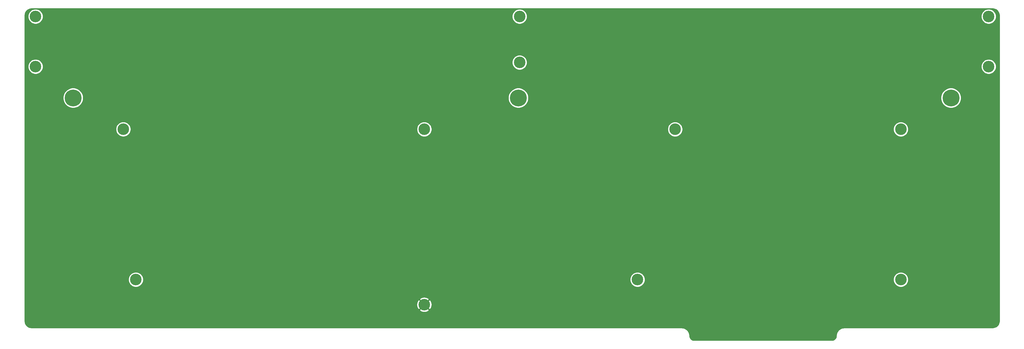
<source format=gbr>
G04 #@! TF.GenerationSoftware,KiCad,Pcbnew,(5.1.5-0-10_14)*
G04 #@! TF.CreationDate,2020-05-13T15:04:30-06:00*
G04 #@! TF.ProjectId,NumDiscipline-bottom,4e756d44-6973-4636-9970-6c696e652d62,rev?*
G04 #@! TF.SameCoordinates,Original*
G04 #@! TF.FileFunction,Copper,L1,Top*
G04 #@! TF.FilePolarity,Positive*
%FSLAX46Y46*%
G04 Gerber Fmt 4.6, Leading zero omitted, Abs format (unit mm)*
G04 Created by KiCad (PCBNEW (5.1.5-0-10_14)) date 2020-05-13 15:04:30*
%MOMM*%
%LPD*%
G04 APERTURE LIST*
%ADD10C,6.400000*%
%ADD11C,4.400000*%
%ADD12C,0.254000*%
G04 APERTURE END LIST*
D10*
X318134950Y-87619870D03*
D11*
X363378700Y-156676120D03*
X282416200Y-99526120D03*
D10*
X482441200Y-87619870D03*
X149066200Y-87619870D03*
D11*
X134778700Y-56663620D03*
X463391200Y-156676120D03*
X134778700Y-75713620D03*
X496728700Y-56663620D03*
X496728700Y-75713620D03*
X377666150Y-99526120D03*
X168116150Y-99515990D03*
X282416200Y-166201120D03*
X318610700Y-56663620D03*
X463391200Y-99526120D03*
X172878700Y-156676120D03*
X318611200Y-74126120D03*
D12*
G36*
X498731712Y-53685168D02*
G01*
X499216291Y-53831471D01*
X499663223Y-54069109D01*
X500055488Y-54389033D01*
X500378136Y-54779047D01*
X500618889Y-55224311D01*
X500768571Y-55707855D01*
X500824950Y-56244267D01*
X500824951Y-172384631D01*
X500772151Y-172923132D01*
X500625848Y-173407713D01*
X500388210Y-173854646D01*
X500068287Y-174246907D01*
X499678270Y-174569558D01*
X499233009Y-174810309D01*
X498749465Y-174959991D01*
X498213053Y-175016370D01*
X441946073Y-175016370D01*
X441914768Y-175019453D01*
X441899980Y-175019350D01*
X441890114Y-175020317D01*
X441427968Y-175068890D01*
X441364924Y-175081831D01*
X441301720Y-175093888D01*
X441292238Y-175096752D01*
X441292231Y-175096753D01*
X441292225Y-175096756D01*
X440848322Y-175234167D01*
X440789046Y-175259084D01*
X440729334Y-175283210D01*
X440720581Y-175287864D01*
X440311818Y-175508882D01*
X440258501Y-175544845D01*
X440204624Y-175580101D01*
X440196942Y-175586367D01*
X439838892Y-175882571D01*
X439793560Y-175928220D01*
X439747570Y-175973257D01*
X439741256Y-175980890D01*
X439741252Y-175980894D01*
X439741251Y-175980896D01*
X439447554Y-176341005D01*
X439411966Y-176394570D01*
X439375587Y-176447699D01*
X439370873Y-176456420D01*
X439152714Y-176866715D01*
X439128201Y-176926189D01*
X439102840Y-176985359D01*
X439099909Y-176994829D01*
X438965599Y-177439686D01*
X438953099Y-177502816D01*
X438939721Y-177565755D01*
X438938685Y-177575614D01*
X438893339Y-178038086D01*
X438854787Y-178431272D01*
X438760718Y-178742844D01*
X438607925Y-179030203D01*
X438402227Y-179282415D01*
X438151458Y-179489868D01*
X437865167Y-179644666D01*
X437554271Y-179740904D01*
X437197807Y-179778370D01*
X384865670Y-179778370D01*
X384507048Y-179743207D01*
X384195476Y-179649138D01*
X383908117Y-179496345D01*
X383655905Y-179290647D01*
X383448452Y-179039878D01*
X383293654Y-178753587D01*
X383197416Y-178442691D01*
X383156764Y-178055914D01*
X383156970Y-178026400D01*
X383156003Y-178016534D01*
X383107430Y-177554388D01*
X383094489Y-177491344D01*
X383082432Y-177428140D01*
X383079568Y-177418658D01*
X383079567Y-177418651D01*
X383079564Y-177418645D01*
X382942153Y-176974742D01*
X382917236Y-176915466D01*
X382893110Y-176855754D01*
X382888456Y-176847001D01*
X382667438Y-176438238D01*
X382631475Y-176384921D01*
X382596219Y-176331044D01*
X382589953Y-176323362D01*
X382293749Y-175965312D01*
X382248096Y-175919976D01*
X382203063Y-175873990D01*
X382195430Y-175867676D01*
X382195426Y-175867672D01*
X382195422Y-175867669D01*
X381835315Y-175573974D01*
X381781750Y-175538386D01*
X381728621Y-175502007D01*
X381719903Y-175497294D01*
X381719895Y-175497290D01*
X381309605Y-175279134D01*
X381250131Y-175254621D01*
X381190961Y-175229260D01*
X381181491Y-175226329D01*
X380736634Y-175092019D01*
X380673504Y-175079519D01*
X380610565Y-175066141D01*
X380600706Y-175065105D01*
X380138234Y-175019759D01*
X380138232Y-175019759D01*
X380103818Y-175016370D01*
X133310354Y-175019370D01*
X132771493Y-174967028D01*
X132286781Y-174821164D01*
X131839636Y-174583933D01*
X131447081Y-174264366D01*
X131124078Y-173874641D01*
X130882921Y-173429597D01*
X130732801Y-172946190D01*
X130675950Y-172409963D01*
X130675950Y-168190895D01*
X280606030Y-168190895D01*
X280846176Y-168578138D01*
X281340077Y-168838761D01*
X281875333Y-168998021D01*
X282431374Y-169049798D01*
X282986832Y-168992101D01*
X283520361Y-168827148D01*
X283986224Y-168578138D01*
X284226370Y-168190895D01*
X282416200Y-166380725D01*
X280606030Y-168190895D01*
X130675950Y-168190895D01*
X130675950Y-166216294D01*
X279567522Y-166216294D01*
X279625219Y-166771752D01*
X279790172Y-167305281D01*
X280039182Y-167771144D01*
X280426425Y-168011290D01*
X282236595Y-166201120D01*
X282595805Y-166201120D01*
X284405975Y-168011290D01*
X284793218Y-167771144D01*
X285053841Y-167277243D01*
X285213101Y-166741987D01*
X285264878Y-166185946D01*
X285207181Y-165630488D01*
X285042228Y-165096959D01*
X284793218Y-164631096D01*
X284405975Y-164390950D01*
X282595805Y-166201120D01*
X282236595Y-166201120D01*
X280426425Y-164390950D01*
X280039182Y-164631096D01*
X279778559Y-165124997D01*
X279619299Y-165660253D01*
X279567522Y-166216294D01*
X130675950Y-166216294D01*
X130675950Y-164211345D01*
X280606030Y-164211345D01*
X282416200Y-166021515D01*
X284226370Y-164211345D01*
X283986224Y-163824102D01*
X283492323Y-163563479D01*
X282957067Y-163404219D01*
X282401026Y-163352442D01*
X281845568Y-163410139D01*
X281312039Y-163575092D01*
X280846176Y-163824102D01*
X280606030Y-164211345D01*
X130675950Y-164211345D01*
X130675950Y-156396897D01*
X170043700Y-156396897D01*
X170043700Y-156955343D01*
X170152648Y-157503059D01*
X170366356Y-158018996D01*
X170676612Y-158483327D01*
X171071493Y-158878208D01*
X171535824Y-159188464D01*
X172051761Y-159402172D01*
X172599477Y-159511120D01*
X173157923Y-159511120D01*
X173705639Y-159402172D01*
X174221576Y-159188464D01*
X174685907Y-158878208D01*
X175080788Y-158483327D01*
X175391044Y-158018996D01*
X175604752Y-157503059D01*
X175713700Y-156955343D01*
X175713700Y-156396897D01*
X360543700Y-156396897D01*
X360543700Y-156955343D01*
X360652648Y-157503059D01*
X360866356Y-158018996D01*
X361176612Y-158483327D01*
X361571493Y-158878208D01*
X362035824Y-159188464D01*
X362551761Y-159402172D01*
X363099477Y-159511120D01*
X363657923Y-159511120D01*
X364205639Y-159402172D01*
X364721576Y-159188464D01*
X365185907Y-158878208D01*
X365580788Y-158483327D01*
X365891044Y-158018996D01*
X366104752Y-157503059D01*
X366213700Y-156955343D01*
X366213700Y-156396897D01*
X460556200Y-156396897D01*
X460556200Y-156955343D01*
X460665148Y-157503059D01*
X460878856Y-158018996D01*
X461189112Y-158483327D01*
X461583993Y-158878208D01*
X462048324Y-159188464D01*
X462564261Y-159402172D01*
X463111977Y-159511120D01*
X463670423Y-159511120D01*
X464218139Y-159402172D01*
X464734076Y-159188464D01*
X465198407Y-158878208D01*
X465593288Y-158483327D01*
X465903544Y-158018996D01*
X466117252Y-157503059D01*
X466226200Y-156955343D01*
X466226200Y-156396897D01*
X466117252Y-155849181D01*
X465903544Y-155333244D01*
X465593288Y-154868913D01*
X465198407Y-154474032D01*
X464734076Y-154163776D01*
X464218139Y-153950068D01*
X463670423Y-153841120D01*
X463111977Y-153841120D01*
X462564261Y-153950068D01*
X462048324Y-154163776D01*
X461583993Y-154474032D01*
X461189112Y-154868913D01*
X460878856Y-155333244D01*
X460665148Y-155849181D01*
X460556200Y-156396897D01*
X366213700Y-156396897D01*
X366104752Y-155849181D01*
X365891044Y-155333244D01*
X365580788Y-154868913D01*
X365185907Y-154474032D01*
X364721576Y-154163776D01*
X364205639Y-153950068D01*
X363657923Y-153841120D01*
X363099477Y-153841120D01*
X362551761Y-153950068D01*
X362035824Y-154163776D01*
X361571493Y-154474032D01*
X361176612Y-154868913D01*
X360866356Y-155333244D01*
X360652648Y-155849181D01*
X360543700Y-156396897D01*
X175713700Y-156396897D01*
X175604752Y-155849181D01*
X175391044Y-155333244D01*
X175080788Y-154868913D01*
X174685907Y-154474032D01*
X174221576Y-154163776D01*
X173705639Y-153950068D01*
X173157923Y-153841120D01*
X172599477Y-153841120D01*
X172051761Y-153950068D01*
X171535824Y-154163776D01*
X171071493Y-154474032D01*
X170676612Y-154868913D01*
X170366356Y-155333244D01*
X170152648Y-155849181D01*
X170043700Y-156396897D01*
X130675950Y-156396897D01*
X130675950Y-99236767D01*
X165281150Y-99236767D01*
X165281150Y-99795213D01*
X165390098Y-100342929D01*
X165603806Y-100858866D01*
X165914062Y-101323197D01*
X166308943Y-101718078D01*
X166773274Y-102028334D01*
X167289211Y-102242042D01*
X167836927Y-102350990D01*
X168395373Y-102350990D01*
X168943089Y-102242042D01*
X169459026Y-102028334D01*
X169923357Y-101718078D01*
X170318238Y-101323197D01*
X170628494Y-100858866D01*
X170842202Y-100342929D01*
X170951150Y-99795213D01*
X170951150Y-99246897D01*
X279581200Y-99246897D01*
X279581200Y-99805343D01*
X279690148Y-100353059D01*
X279903856Y-100868996D01*
X280214112Y-101333327D01*
X280608993Y-101728208D01*
X281073324Y-102038464D01*
X281589261Y-102252172D01*
X282136977Y-102361120D01*
X282695423Y-102361120D01*
X283243139Y-102252172D01*
X283759076Y-102038464D01*
X284223407Y-101728208D01*
X284618288Y-101333327D01*
X284928544Y-100868996D01*
X285142252Y-100353059D01*
X285251200Y-99805343D01*
X285251200Y-99246897D01*
X374831150Y-99246897D01*
X374831150Y-99805343D01*
X374940098Y-100353059D01*
X375153806Y-100868996D01*
X375464062Y-101333327D01*
X375858943Y-101728208D01*
X376323274Y-102038464D01*
X376839211Y-102252172D01*
X377386927Y-102361120D01*
X377945373Y-102361120D01*
X378493089Y-102252172D01*
X379009026Y-102038464D01*
X379473357Y-101728208D01*
X379868238Y-101333327D01*
X380178494Y-100868996D01*
X380392202Y-100353059D01*
X380501150Y-99805343D01*
X380501150Y-99246897D01*
X460556200Y-99246897D01*
X460556200Y-99805343D01*
X460665148Y-100353059D01*
X460878856Y-100868996D01*
X461189112Y-101333327D01*
X461583993Y-101728208D01*
X462048324Y-102038464D01*
X462564261Y-102252172D01*
X463111977Y-102361120D01*
X463670423Y-102361120D01*
X464218139Y-102252172D01*
X464734076Y-102038464D01*
X465198407Y-101728208D01*
X465593288Y-101333327D01*
X465903544Y-100868996D01*
X466117252Y-100353059D01*
X466226200Y-99805343D01*
X466226200Y-99246897D01*
X466117252Y-98699181D01*
X465903544Y-98183244D01*
X465593288Y-97718913D01*
X465198407Y-97324032D01*
X464734076Y-97013776D01*
X464218139Y-96800068D01*
X463670423Y-96691120D01*
X463111977Y-96691120D01*
X462564261Y-96800068D01*
X462048324Y-97013776D01*
X461583993Y-97324032D01*
X461189112Y-97718913D01*
X460878856Y-98183244D01*
X460665148Y-98699181D01*
X460556200Y-99246897D01*
X380501150Y-99246897D01*
X380392202Y-98699181D01*
X380178494Y-98183244D01*
X379868238Y-97718913D01*
X379473357Y-97324032D01*
X379009026Y-97013776D01*
X378493089Y-96800068D01*
X377945373Y-96691120D01*
X377386927Y-96691120D01*
X376839211Y-96800068D01*
X376323274Y-97013776D01*
X375858943Y-97324032D01*
X375464062Y-97718913D01*
X375153806Y-98183244D01*
X374940098Y-98699181D01*
X374831150Y-99246897D01*
X285251200Y-99246897D01*
X285142252Y-98699181D01*
X284928544Y-98183244D01*
X284618288Y-97718913D01*
X284223407Y-97324032D01*
X283759076Y-97013776D01*
X283243139Y-96800068D01*
X282695423Y-96691120D01*
X282136977Y-96691120D01*
X281589261Y-96800068D01*
X281073324Y-97013776D01*
X280608993Y-97324032D01*
X280214112Y-97718913D01*
X279903856Y-98183244D01*
X279690148Y-98699181D01*
X279581200Y-99246897D01*
X170951150Y-99246897D01*
X170951150Y-99236767D01*
X170842202Y-98689051D01*
X170628494Y-98173114D01*
X170318238Y-97708783D01*
X169923357Y-97313902D01*
X169459026Y-97003646D01*
X168943089Y-96789938D01*
X168395373Y-96680990D01*
X167836927Y-96680990D01*
X167289211Y-96789938D01*
X166773274Y-97003646D01*
X166308943Y-97313902D01*
X165914062Y-97708783D01*
X165603806Y-98173114D01*
X165390098Y-98689051D01*
X165281150Y-99236767D01*
X130675950Y-99236767D01*
X130675950Y-87242155D01*
X145231200Y-87242155D01*
X145231200Y-87997585D01*
X145378577Y-88738498D01*
X145667667Y-89436424D01*
X146087361Y-90064540D01*
X146621530Y-90598709D01*
X147249646Y-91018403D01*
X147947572Y-91307493D01*
X148688485Y-91454870D01*
X149443915Y-91454870D01*
X150184828Y-91307493D01*
X150882754Y-91018403D01*
X151510870Y-90598709D01*
X152045039Y-90064540D01*
X152464733Y-89436424D01*
X152753823Y-88738498D01*
X152901200Y-87997585D01*
X152901200Y-87242155D01*
X314299950Y-87242155D01*
X314299950Y-87997585D01*
X314447327Y-88738498D01*
X314736417Y-89436424D01*
X315156111Y-90064540D01*
X315690280Y-90598709D01*
X316318396Y-91018403D01*
X317016322Y-91307493D01*
X317757235Y-91454870D01*
X318512665Y-91454870D01*
X319253578Y-91307493D01*
X319951504Y-91018403D01*
X320579620Y-90598709D01*
X321113789Y-90064540D01*
X321533483Y-89436424D01*
X321822573Y-88738498D01*
X321969950Y-87997585D01*
X321969950Y-87242155D01*
X478606200Y-87242155D01*
X478606200Y-87997585D01*
X478753577Y-88738498D01*
X479042667Y-89436424D01*
X479462361Y-90064540D01*
X479996530Y-90598709D01*
X480624646Y-91018403D01*
X481322572Y-91307493D01*
X482063485Y-91454870D01*
X482818915Y-91454870D01*
X483559828Y-91307493D01*
X484257754Y-91018403D01*
X484885870Y-90598709D01*
X485420039Y-90064540D01*
X485839733Y-89436424D01*
X486128823Y-88738498D01*
X486276200Y-87997585D01*
X486276200Y-87242155D01*
X486128823Y-86501242D01*
X485839733Y-85803316D01*
X485420039Y-85175200D01*
X484885870Y-84641031D01*
X484257754Y-84221337D01*
X483559828Y-83932247D01*
X482818915Y-83784870D01*
X482063485Y-83784870D01*
X481322572Y-83932247D01*
X480624646Y-84221337D01*
X479996530Y-84641031D01*
X479462361Y-85175200D01*
X479042667Y-85803316D01*
X478753577Y-86501242D01*
X478606200Y-87242155D01*
X321969950Y-87242155D01*
X321822573Y-86501242D01*
X321533483Y-85803316D01*
X321113789Y-85175200D01*
X320579620Y-84641031D01*
X319951504Y-84221337D01*
X319253578Y-83932247D01*
X318512665Y-83784870D01*
X317757235Y-83784870D01*
X317016322Y-83932247D01*
X316318396Y-84221337D01*
X315690280Y-84641031D01*
X315156111Y-85175200D01*
X314736417Y-85803316D01*
X314447327Y-86501242D01*
X314299950Y-87242155D01*
X152901200Y-87242155D01*
X152753823Y-86501242D01*
X152464733Y-85803316D01*
X152045039Y-85175200D01*
X151510870Y-84641031D01*
X150882754Y-84221337D01*
X150184828Y-83932247D01*
X149443915Y-83784870D01*
X148688485Y-83784870D01*
X147947572Y-83932247D01*
X147249646Y-84221337D01*
X146621530Y-84641031D01*
X146087361Y-85175200D01*
X145667667Y-85803316D01*
X145378577Y-86501242D01*
X145231200Y-87242155D01*
X130675950Y-87242155D01*
X130675950Y-75434397D01*
X131943700Y-75434397D01*
X131943700Y-75992843D01*
X132052648Y-76540559D01*
X132266356Y-77056496D01*
X132576612Y-77520827D01*
X132971493Y-77915708D01*
X133435824Y-78225964D01*
X133951761Y-78439672D01*
X134499477Y-78548620D01*
X135057923Y-78548620D01*
X135605639Y-78439672D01*
X136121576Y-78225964D01*
X136585907Y-77915708D01*
X136980788Y-77520827D01*
X137291044Y-77056496D01*
X137504752Y-76540559D01*
X137613700Y-75992843D01*
X137613700Y-75434397D01*
X137504752Y-74886681D01*
X137291044Y-74370744D01*
X136980788Y-73906413D01*
X136921272Y-73846897D01*
X315776200Y-73846897D01*
X315776200Y-74405343D01*
X315885148Y-74953059D01*
X316098856Y-75468996D01*
X316409112Y-75933327D01*
X316803993Y-76328208D01*
X317268324Y-76638464D01*
X317784261Y-76852172D01*
X318331977Y-76961120D01*
X318890423Y-76961120D01*
X319438139Y-76852172D01*
X319954076Y-76638464D01*
X320418407Y-76328208D01*
X320813288Y-75933327D01*
X321123544Y-75468996D01*
X321137875Y-75434397D01*
X493893700Y-75434397D01*
X493893700Y-75992843D01*
X494002648Y-76540559D01*
X494216356Y-77056496D01*
X494526612Y-77520827D01*
X494921493Y-77915708D01*
X495385824Y-78225964D01*
X495901761Y-78439672D01*
X496449477Y-78548620D01*
X497007923Y-78548620D01*
X497555639Y-78439672D01*
X498071576Y-78225964D01*
X498535907Y-77915708D01*
X498930788Y-77520827D01*
X499241044Y-77056496D01*
X499454752Y-76540559D01*
X499563700Y-75992843D01*
X499563700Y-75434397D01*
X499454752Y-74886681D01*
X499241044Y-74370744D01*
X498930788Y-73906413D01*
X498535907Y-73511532D01*
X498071576Y-73201276D01*
X497555639Y-72987568D01*
X497007923Y-72878620D01*
X496449477Y-72878620D01*
X495901761Y-72987568D01*
X495385824Y-73201276D01*
X494921493Y-73511532D01*
X494526612Y-73906413D01*
X494216356Y-74370744D01*
X494002648Y-74886681D01*
X493893700Y-75434397D01*
X321137875Y-75434397D01*
X321337252Y-74953059D01*
X321446200Y-74405343D01*
X321446200Y-73846897D01*
X321337252Y-73299181D01*
X321123544Y-72783244D01*
X320813288Y-72318913D01*
X320418407Y-71924032D01*
X319954076Y-71613776D01*
X319438139Y-71400068D01*
X318890423Y-71291120D01*
X318331977Y-71291120D01*
X317784261Y-71400068D01*
X317268324Y-71613776D01*
X316803993Y-71924032D01*
X316409112Y-72318913D01*
X316098856Y-72783244D01*
X315885148Y-73299181D01*
X315776200Y-73846897D01*
X136921272Y-73846897D01*
X136585907Y-73511532D01*
X136121576Y-73201276D01*
X135605639Y-72987568D01*
X135057923Y-72878620D01*
X134499477Y-72878620D01*
X133951761Y-72987568D01*
X133435824Y-73201276D01*
X132971493Y-73511532D01*
X132576612Y-73906413D01*
X132266356Y-74370744D01*
X132052648Y-74886681D01*
X131943700Y-75434397D01*
X130675950Y-75434397D01*
X130675950Y-56384397D01*
X131943700Y-56384397D01*
X131943700Y-56942843D01*
X132052648Y-57490559D01*
X132266356Y-58006496D01*
X132576612Y-58470827D01*
X132971493Y-58865708D01*
X133435824Y-59175964D01*
X133951761Y-59389672D01*
X134499477Y-59498620D01*
X135057923Y-59498620D01*
X135605639Y-59389672D01*
X136121576Y-59175964D01*
X136585907Y-58865708D01*
X136980788Y-58470827D01*
X137291044Y-58006496D01*
X137504752Y-57490559D01*
X137613700Y-56942843D01*
X137613700Y-56384397D01*
X315775700Y-56384397D01*
X315775700Y-56942843D01*
X315884648Y-57490559D01*
X316098356Y-58006496D01*
X316408612Y-58470827D01*
X316803493Y-58865708D01*
X317267824Y-59175964D01*
X317783761Y-59389672D01*
X318331477Y-59498620D01*
X318889923Y-59498620D01*
X319437639Y-59389672D01*
X319953576Y-59175964D01*
X320417907Y-58865708D01*
X320812788Y-58470827D01*
X321123044Y-58006496D01*
X321336752Y-57490559D01*
X321445700Y-56942843D01*
X321445700Y-56384397D01*
X493893700Y-56384397D01*
X493893700Y-56942843D01*
X494002648Y-57490559D01*
X494216356Y-58006496D01*
X494526612Y-58470827D01*
X494921493Y-58865708D01*
X495385824Y-59175964D01*
X495901761Y-59389672D01*
X496449477Y-59498620D01*
X497007923Y-59498620D01*
X497555639Y-59389672D01*
X498071576Y-59175964D01*
X498535907Y-58865708D01*
X498930788Y-58470827D01*
X499241044Y-58006496D01*
X499454752Y-57490559D01*
X499563700Y-56942843D01*
X499563700Y-56384397D01*
X499454752Y-55836681D01*
X499241044Y-55320744D01*
X498930788Y-54856413D01*
X498535907Y-54461532D01*
X498071576Y-54151276D01*
X497555639Y-53937568D01*
X497007923Y-53828620D01*
X496449477Y-53828620D01*
X495901761Y-53937568D01*
X495385824Y-54151276D01*
X494921493Y-54461532D01*
X494526612Y-54856413D01*
X494216356Y-55320744D01*
X494002648Y-55836681D01*
X493893700Y-56384397D01*
X321445700Y-56384397D01*
X321336752Y-55836681D01*
X321123044Y-55320744D01*
X320812788Y-54856413D01*
X320417907Y-54461532D01*
X319953576Y-54151276D01*
X319437639Y-53937568D01*
X318889923Y-53828620D01*
X318331477Y-53828620D01*
X317783761Y-53937568D01*
X317267824Y-54151276D01*
X316803493Y-54461532D01*
X316408612Y-54856413D01*
X316098356Y-55320744D01*
X315884648Y-55836681D01*
X315775700Y-56384397D01*
X137613700Y-56384397D01*
X137504752Y-55836681D01*
X137291044Y-55320744D01*
X136980788Y-54856413D01*
X136585907Y-54461532D01*
X136121576Y-54151276D01*
X135605639Y-53937568D01*
X135057923Y-53828620D01*
X134499477Y-53828620D01*
X133951761Y-53937568D01*
X133435824Y-54151276D01*
X132971493Y-54461532D01*
X132576612Y-54856413D01*
X132266356Y-55320744D01*
X132052648Y-55836681D01*
X131943700Y-56384397D01*
X130675950Y-56384397D01*
X130675950Y-56264090D01*
X130728748Y-55725608D01*
X130875051Y-55241029D01*
X131112689Y-54794097D01*
X131432613Y-54401832D01*
X131822627Y-54079184D01*
X132267891Y-53838431D01*
X132751435Y-53688749D01*
X133287847Y-53632370D01*
X498193230Y-53632370D01*
X498731712Y-53685168D01*
G37*
X498731712Y-53685168D02*
X499216291Y-53831471D01*
X499663223Y-54069109D01*
X500055488Y-54389033D01*
X500378136Y-54779047D01*
X500618889Y-55224311D01*
X500768571Y-55707855D01*
X500824950Y-56244267D01*
X500824951Y-172384631D01*
X500772151Y-172923132D01*
X500625848Y-173407713D01*
X500388210Y-173854646D01*
X500068287Y-174246907D01*
X499678270Y-174569558D01*
X499233009Y-174810309D01*
X498749465Y-174959991D01*
X498213053Y-175016370D01*
X441946073Y-175016370D01*
X441914768Y-175019453D01*
X441899980Y-175019350D01*
X441890114Y-175020317D01*
X441427968Y-175068890D01*
X441364924Y-175081831D01*
X441301720Y-175093888D01*
X441292238Y-175096752D01*
X441292231Y-175096753D01*
X441292225Y-175096756D01*
X440848322Y-175234167D01*
X440789046Y-175259084D01*
X440729334Y-175283210D01*
X440720581Y-175287864D01*
X440311818Y-175508882D01*
X440258501Y-175544845D01*
X440204624Y-175580101D01*
X440196942Y-175586367D01*
X439838892Y-175882571D01*
X439793560Y-175928220D01*
X439747570Y-175973257D01*
X439741256Y-175980890D01*
X439741252Y-175980894D01*
X439741251Y-175980896D01*
X439447554Y-176341005D01*
X439411966Y-176394570D01*
X439375587Y-176447699D01*
X439370873Y-176456420D01*
X439152714Y-176866715D01*
X439128201Y-176926189D01*
X439102840Y-176985359D01*
X439099909Y-176994829D01*
X438965599Y-177439686D01*
X438953099Y-177502816D01*
X438939721Y-177565755D01*
X438938685Y-177575614D01*
X438893339Y-178038086D01*
X438854787Y-178431272D01*
X438760718Y-178742844D01*
X438607925Y-179030203D01*
X438402227Y-179282415D01*
X438151458Y-179489868D01*
X437865167Y-179644666D01*
X437554271Y-179740904D01*
X437197807Y-179778370D01*
X384865670Y-179778370D01*
X384507048Y-179743207D01*
X384195476Y-179649138D01*
X383908117Y-179496345D01*
X383655905Y-179290647D01*
X383448452Y-179039878D01*
X383293654Y-178753587D01*
X383197416Y-178442691D01*
X383156764Y-178055914D01*
X383156970Y-178026400D01*
X383156003Y-178016534D01*
X383107430Y-177554388D01*
X383094489Y-177491344D01*
X383082432Y-177428140D01*
X383079568Y-177418658D01*
X383079567Y-177418651D01*
X383079564Y-177418645D01*
X382942153Y-176974742D01*
X382917236Y-176915466D01*
X382893110Y-176855754D01*
X382888456Y-176847001D01*
X382667438Y-176438238D01*
X382631475Y-176384921D01*
X382596219Y-176331044D01*
X382589953Y-176323362D01*
X382293749Y-175965312D01*
X382248096Y-175919976D01*
X382203063Y-175873990D01*
X382195430Y-175867676D01*
X382195426Y-175867672D01*
X382195422Y-175867669D01*
X381835315Y-175573974D01*
X381781750Y-175538386D01*
X381728621Y-175502007D01*
X381719903Y-175497294D01*
X381719895Y-175497290D01*
X381309605Y-175279134D01*
X381250131Y-175254621D01*
X381190961Y-175229260D01*
X381181491Y-175226329D01*
X380736634Y-175092019D01*
X380673504Y-175079519D01*
X380610565Y-175066141D01*
X380600706Y-175065105D01*
X380138234Y-175019759D01*
X380138232Y-175019759D01*
X380103818Y-175016370D01*
X133310354Y-175019370D01*
X132771493Y-174967028D01*
X132286781Y-174821164D01*
X131839636Y-174583933D01*
X131447081Y-174264366D01*
X131124078Y-173874641D01*
X130882921Y-173429597D01*
X130732801Y-172946190D01*
X130675950Y-172409963D01*
X130675950Y-168190895D01*
X280606030Y-168190895D01*
X280846176Y-168578138D01*
X281340077Y-168838761D01*
X281875333Y-168998021D01*
X282431374Y-169049798D01*
X282986832Y-168992101D01*
X283520361Y-168827148D01*
X283986224Y-168578138D01*
X284226370Y-168190895D01*
X282416200Y-166380725D01*
X280606030Y-168190895D01*
X130675950Y-168190895D01*
X130675950Y-166216294D01*
X279567522Y-166216294D01*
X279625219Y-166771752D01*
X279790172Y-167305281D01*
X280039182Y-167771144D01*
X280426425Y-168011290D01*
X282236595Y-166201120D01*
X282595805Y-166201120D01*
X284405975Y-168011290D01*
X284793218Y-167771144D01*
X285053841Y-167277243D01*
X285213101Y-166741987D01*
X285264878Y-166185946D01*
X285207181Y-165630488D01*
X285042228Y-165096959D01*
X284793218Y-164631096D01*
X284405975Y-164390950D01*
X282595805Y-166201120D01*
X282236595Y-166201120D01*
X280426425Y-164390950D01*
X280039182Y-164631096D01*
X279778559Y-165124997D01*
X279619299Y-165660253D01*
X279567522Y-166216294D01*
X130675950Y-166216294D01*
X130675950Y-164211345D01*
X280606030Y-164211345D01*
X282416200Y-166021515D01*
X284226370Y-164211345D01*
X283986224Y-163824102D01*
X283492323Y-163563479D01*
X282957067Y-163404219D01*
X282401026Y-163352442D01*
X281845568Y-163410139D01*
X281312039Y-163575092D01*
X280846176Y-163824102D01*
X280606030Y-164211345D01*
X130675950Y-164211345D01*
X130675950Y-156396897D01*
X170043700Y-156396897D01*
X170043700Y-156955343D01*
X170152648Y-157503059D01*
X170366356Y-158018996D01*
X170676612Y-158483327D01*
X171071493Y-158878208D01*
X171535824Y-159188464D01*
X172051761Y-159402172D01*
X172599477Y-159511120D01*
X173157923Y-159511120D01*
X173705639Y-159402172D01*
X174221576Y-159188464D01*
X174685907Y-158878208D01*
X175080788Y-158483327D01*
X175391044Y-158018996D01*
X175604752Y-157503059D01*
X175713700Y-156955343D01*
X175713700Y-156396897D01*
X360543700Y-156396897D01*
X360543700Y-156955343D01*
X360652648Y-157503059D01*
X360866356Y-158018996D01*
X361176612Y-158483327D01*
X361571493Y-158878208D01*
X362035824Y-159188464D01*
X362551761Y-159402172D01*
X363099477Y-159511120D01*
X363657923Y-159511120D01*
X364205639Y-159402172D01*
X364721576Y-159188464D01*
X365185907Y-158878208D01*
X365580788Y-158483327D01*
X365891044Y-158018996D01*
X366104752Y-157503059D01*
X366213700Y-156955343D01*
X366213700Y-156396897D01*
X460556200Y-156396897D01*
X460556200Y-156955343D01*
X460665148Y-157503059D01*
X460878856Y-158018996D01*
X461189112Y-158483327D01*
X461583993Y-158878208D01*
X462048324Y-159188464D01*
X462564261Y-159402172D01*
X463111977Y-159511120D01*
X463670423Y-159511120D01*
X464218139Y-159402172D01*
X464734076Y-159188464D01*
X465198407Y-158878208D01*
X465593288Y-158483327D01*
X465903544Y-158018996D01*
X466117252Y-157503059D01*
X466226200Y-156955343D01*
X466226200Y-156396897D01*
X466117252Y-155849181D01*
X465903544Y-155333244D01*
X465593288Y-154868913D01*
X465198407Y-154474032D01*
X464734076Y-154163776D01*
X464218139Y-153950068D01*
X463670423Y-153841120D01*
X463111977Y-153841120D01*
X462564261Y-153950068D01*
X462048324Y-154163776D01*
X461583993Y-154474032D01*
X461189112Y-154868913D01*
X460878856Y-155333244D01*
X460665148Y-155849181D01*
X460556200Y-156396897D01*
X366213700Y-156396897D01*
X366104752Y-155849181D01*
X365891044Y-155333244D01*
X365580788Y-154868913D01*
X365185907Y-154474032D01*
X364721576Y-154163776D01*
X364205639Y-153950068D01*
X363657923Y-153841120D01*
X363099477Y-153841120D01*
X362551761Y-153950068D01*
X362035824Y-154163776D01*
X361571493Y-154474032D01*
X361176612Y-154868913D01*
X360866356Y-155333244D01*
X360652648Y-155849181D01*
X360543700Y-156396897D01*
X175713700Y-156396897D01*
X175604752Y-155849181D01*
X175391044Y-155333244D01*
X175080788Y-154868913D01*
X174685907Y-154474032D01*
X174221576Y-154163776D01*
X173705639Y-153950068D01*
X173157923Y-153841120D01*
X172599477Y-153841120D01*
X172051761Y-153950068D01*
X171535824Y-154163776D01*
X171071493Y-154474032D01*
X170676612Y-154868913D01*
X170366356Y-155333244D01*
X170152648Y-155849181D01*
X170043700Y-156396897D01*
X130675950Y-156396897D01*
X130675950Y-99236767D01*
X165281150Y-99236767D01*
X165281150Y-99795213D01*
X165390098Y-100342929D01*
X165603806Y-100858866D01*
X165914062Y-101323197D01*
X166308943Y-101718078D01*
X166773274Y-102028334D01*
X167289211Y-102242042D01*
X167836927Y-102350990D01*
X168395373Y-102350990D01*
X168943089Y-102242042D01*
X169459026Y-102028334D01*
X169923357Y-101718078D01*
X170318238Y-101323197D01*
X170628494Y-100858866D01*
X170842202Y-100342929D01*
X170951150Y-99795213D01*
X170951150Y-99246897D01*
X279581200Y-99246897D01*
X279581200Y-99805343D01*
X279690148Y-100353059D01*
X279903856Y-100868996D01*
X280214112Y-101333327D01*
X280608993Y-101728208D01*
X281073324Y-102038464D01*
X281589261Y-102252172D01*
X282136977Y-102361120D01*
X282695423Y-102361120D01*
X283243139Y-102252172D01*
X283759076Y-102038464D01*
X284223407Y-101728208D01*
X284618288Y-101333327D01*
X284928544Y-100868996D01*
X285142252Y-100353059D01*
X285251200Y-99805343D01*
X285251200Y-99246897D01*
X374831150Y-99246897D01*
X374831150Y-99805343D01*
X374940098Y-100353059D01*
X375153806Y-100868996D01*
X375464062Y-101333327D01*
X375858943Y-101728208D01*
X376323274Y-102038464D01*
X376839211Y-102252172D01*
X377386927Y-102361120D01*
X377945373Y-102361120D01*
X378493089Y-102252172D01*
X379009026Y-102038464D01*
X379473357Y-101728208D01*
X379868238Y-101333327D01*
X380178494Y-100868996D01*
X380392202Y-100353059D01*
X380501150Y-99805343D01*
X380501150Y-99246897D01*
X460556200Y-99246897D01*
X460556200Y-99805343D01*
X460665148Y-100353059D01*
X460878856Y-100868996D01*
X461189112Y-101333327D01*
X461583993Y-101728208D01*
X462048324Y-102038464D01*
X462564261Y-102252172D01*
X463111977Y-102361120D01*
X463670423Y-102361120D01*
X464218139Y-102252172D01*
X464734076Y-102038464D01*
X465198407Y-101728208D01*
X465593288Y-101333327D01*
X465903544Y-100868996D01*
X466117252Y-100353059D01*
X466226200Y-99805343D01*
X466226200Y-99246897D01*
X466117252Y-98699181D01*
X465903544Y-98183244D01*
X465593288Y-97718913D01*
X465198407Y-97324032D01*
X464734076Y-97013776D01*
X464218139Y-96800068D01*
X463670423Y-96691120D01*
X463111977Y-96691120D01*
X462564261Y-96800068D01*
X462048324Y-97013776D01*
X461583993Y-97324032D01*
X461189112Y-97718913D01*
X460878856Y-98183244D01*
X460665148Y-98699181D01*
X460556200Y-99246897D01*
X380501150Y-99246897D01*
X380392202Y-98699181D01*
X380178494Y-98183244D01*
X379868238Y-97718913D01*
X379473357Y-97324032D01*
X379009026Y-97013776D01*
X378493089Y-96800068D01*
X377945373Y-96691120D01*
X377386927Y-96691120D01*
X376839211Y-96800068D01*
X376323274Y-97013776D01*
X375858943Y-97324032D01*
X375464062Y-97718913D01*
X375153806Y-98183244D01*
X374940098Y-98699181D01*
X374831150Y-99246897D01*
X285251200Y-99246897D01*
X285142252Y-98699181D01*
X284928544Y-98183244D01*
X284618288Y-97718913D01*
X284223407Y-97324032D01*
X283759076Y-97013776D01*
X283243139Y-96800068D01*
X282695423Y-96691120D01*
X282136977Y-96691120D01*
X281589261Y-96800068D01*
X281073324Y-97013776D01*
X280608993Y-97324032D01*
X280214112Y-97718913D01*
X279903856Y-98183244D01*
X279690148Y-98699181D01*
X279581200Y-99246897D01*
X170951150Y-99246897D01*
X170951150Y-99236767D01*
X170842202Y-98689051D01*
X170628494Y-98173114D01*
X170318238Y-97708783D01*
X169923357Y-97313902D01*
X169459026Y-97003646D01*
X168943089Y-96789938D01*
X168395373Y-96680990D01*
X167836927Y-96680990D01*
X167289211Y-96789938D01*
X166773274Y-97003646D01*
X166308943Y-97313902D01*
X165914062Y-97708783D01*
X165603806Y-98173114D01*
X165390098Y-98689051D01*
X165281150Y-99236767D01*
X130675950Y-99236767D01*
X130675950Y-87242155D01*
X145231200Y-87242155D01*
X145231200Y-87997585D01*
X145378577Y-88738498D01*
X145667667Y-89436424D01*
X146087361Y-90064540D01*
X146621530Y-90598709D01*
X147249646Y-91018403D01*
X147947572Y-91307493D01*
X148688485Y-91454870D01*
X149443915Y-91454870D01*
X150184828Y-91307493D01*
X150882754Y-91018403D01*
X151510870Y-90598709D01*
X152045039Y-90064540D01*
X152464733Y-89436424D01*
X152753823Y-88738498D01*
X152901200Y-87997585D01*
X152901200Y-87242155D01*
X314299950Y-87242155D01*
X314299950Y-87997585D01*
X314447327Y-88738498D01*
X314736417Y-89436424D01*
X315156111Y-90064540D01*
X315690280Y-90598709D01*
X316318396Y-91018403D01*
X317016322Y-91307493D01*
X317757235Y-91454870D01*
X318512665Y-91454870D01*
X319253578Y-91307493D01*
X319951504Y-91018403D01*
X320579620Y-90598709D01*
X321113789Y-90064540D01*
X321533483Y-89436424D01*
X321822573Y-88738498D01*
X321969950Y-87997585D01*
X321969950Y-87242155D01*
X478606200Y-87242155D01*
X478606200Y-87997585D01*
X478753577Y-88738498D01*
X479042667Y-89436424D01*
X479462361Y-90064540D01*
X479996530Y-90598709D01*
X480624646Y-91018403D01*
X481322572Y-91307493D01*
X482063485Y-91454870D01*
X482818915Y-91454870D01*
X483559828Y-91307493D01*
X484257754Y-91018403D01*
X484885870Y-90598709D01*
X485420039Y-90064540D01*
X485839733Y-89436424D01*
X486128823Y-88738498D01*
X486276200Y-87997585D01*
X486276200Y-87242155D01*
X486128823Y-86501242D01*
X485839733Y-85803316D01*
X485420039Y-85175200D01*
X484885870Y-84641031D01*
X484257754Y-84221337D01*
X483559828Y-83932247D01*
X482818915Y-83784870D01*
X482063485Y-83784870D01*
X481322572Y-83932247D01*
X480624646Y-84221337D01*
X479996530Y-84641031D01*
X479462361Y-85175200D01*
X479042667Y-85803316D01*
X478753577Y-86501242D01*
X478606200Y-87242155D01*
X321969950Y-87242155D01*
X321822573Y-86501242D01*
X321533483Y-85803316D01*
X321113789Y-85175200D01*
X320579620Y-84641031D01*
X319951504Y-84221337D01*
X319253578Y-83932247D01*
X318512665Y-83784870D01*
X317757235Y-83784870D01*
X317016322Y-83932247D01*
X316318396Y-84221337D01*
X315690280Y-84641031D01*
X315156111Y-85175200D01*
X314736417Y-85803316D01*
X314447327Y-86501242D01*
X314299950Y-87242155D01*
X152901200Y-87242155D01*
X152753823Y-86501242D01*
X152464733Y-85803316D01*
X152045039Y-85175200D01*
X151510870Y-84641031D01*
X150882754Y-84221337D01*
X150184828Y-83932247D01*
X149443915Y-83784870D01*
X148688485Y-83784870D01*
X147947572Y-83932247D01*
X147249646Y-84221337D01*
X146621530Y-84641031D01*
X146087361Y-85175200D01*
X145667667Y-85803316D01*
X145378577Y-86501242D01*
X145231200Y-87242155D01*
X130675950Y-87242155D01*
X130675950Y-75434397D01*
X131943700Y-75434397D01*
X131943700Y-75992843D01*
X132052648Y-76540559D01*
X132266356Y-77056496D01*
X132576612Y-77520827D01*
X132971493Y-77915708D01*
X133435824Y-78225964D01*
X133951761Y-78439672D01*
X134499477Y-78548620D01*
X135057923Y-78548620D01*
X135605639Y-78439672D01*
X136121576Y-78225964D01*
X136585907Y-77915708D01*
X136980788Y-77520827D01*
X137291044Y-77056496D01*
X137504752Y-76540559D01*
X137613700Y-75992843D01*
X137613700Y-75434397D01*
X137504752Y-74886681D01*
X137291044Y-74370744D01*
X136980788Y-73906413D01*
X136921272Y-73846897D01*
X315776200Y-73846897D01*
X315776200Y-74405343D01*
X315885148Y-74953059D01*
X316098856Y-75468996D01*
X316409112Y-75933327D01*
X316803993Y-76328208D01*
X317268324Y-76638464D01*
X317784261Y-76852172D01*
X318331977Y-76961120D01*
X318890423Y-76961120D01*
X319438139Y-76852172D01*
X319954076Y-76638464D01*
X320418407Y-76328208D01*
X320813288Y-75933327D01*
X321123544Y-75468996D01*
X321137875Y-75434397D01*
X493893700Y-75434397D01*
X493893700Y-75992843D01*
X494002648Y-76540559D01*
X494216356Y-77056496D01*
X494526612Y-77520827D01*
X494921493Y-77915708D01*
X495385824Y-78225964D01*
X495901761Y-78439672D01*
X496449477Y-78548620D01*
X497007923Y-78548620D01*
X497555639Y-78439672D01*
X498071576Y-78225964D01*
X498535907Y-77915708D01*
X498930788Y-77520827D01*
X499241044Y-77056496D01*
X499454752Y-76540559D01*
X499563700Y-75992843D01*
X499563700Y-75434397D01*
X499454752Y-74886681D01*
X499241044Y-74370744D01*
X498930788Y-73906413D01*
X498535907Y-73511532D01*
X498071576Y-73201276D01*
X497555639Y-72987568D01*
X497007923Y-72878620D01*
X496449477Y-72878620D01*
X495901761Y-72987568D01*
X495385824Y-73201276D01*
X494921493Y-73511532D01*
X494526612Y-73906413D01*
X494216356Y-74370744D01*
X494002648Y-74886681D01*
X493893700Y-75434397D01*
X321137875Y-75434397D01*
X321337252Y-74953059D01*
X321446200Y-74405343D01*
X321446200Y-73846897D01*
X321337252Y-73299181D01*
X321123544Y-72783244D01*
X320813288Y-72318913D01*
X320418407Y-71924032D01*
X319954076Y-71613776D01*
X319438139Y-71400068D01*
X318890423Y-71291120D01*
X318331977Y-71291120D01*
X317784261Y-71400068D01*
X317268324Y-71613776D01*
X316803993Y-71924032D01*
X316409112Y-72318913D01*
X316098856Y-72783244D01*
X315885148Y-73299181D01*
X315776200Y-73846897D01*
X136921272Y-73846897D01*
X136585907Y-73511532D01*
X136121576Y-73201276D01*
X135605639Y-72987568D01*
X135057923Y-72878620D01*
X134499477Y-72878620D01*
X133951761Y-72987568D01*
X133435824Y-73201276D01*
X132971493Y-73511532D01*
X132576612Y-73906413D01*
X132266356Y-74370744D01*
X132052648Y-74886681D01*
X131943700Y-75434397D01*
X130675950Y-75434397D01*
X130675950Y-56384397D01*
X131943700Y-56384397D01*
X131943700Y-56942843D01*
X132052648Y-57490559D01*
X132266356Y-58006496D01*
X132576612Y-58470827D01*
X132971493Y-58865708D01*
X133435824Y-59175964D01*
X133951761Y-59389672D01*
X134499477Y-59498620D01*
X135057923Y-59498620D01*
X135605639Y-59389672D01*
X136121576Y-59175964D01*
X136585907Y-58865708D01*
X136980788Y-58470827D01*
X137291044Y-58006496D01*
X137504752Y-57490559D01*
X137613700Y-56942843D01*
X137613700Y-56384397D01*
X315775700Y-56384397D01*
X315775700Y-56942843D01*
X315884648Y-57490559D01*
X316098356Y-58006496D01*
X316408612Y-58470827D01*
X316803493Y-58865708D01*
X317267824Y-59175964D01*
X317783761Y-59389672D01*
X318331477Y-59498620D01*
X318889923Y-59498620D01*
X319437639Y-59389672D01*
X319953576Y-59175964D01*
X320417907Y-58865708D01*
X320812788Y-58470827D01*
X321123044Y-58006496D01*
X321336752Y-57490559D01*
X321445700Y-56942843D01*
X321445700Y-56384397D01*
X493893700Y-56384397D01*
X493893700Y-56942843D01*
X494002648Y-57490559D01*
X494216356Y-58006496D01*
X494526612Y-58470827D01*
X494921493Y-58865708D01*
X495385824Y-59175964D01*
X495901761Y-59389672D01*
X496449477Y-59498620D01*
X497007923Y-59498620D01*
X497555639Y-59389672D01*
X498071576Y-59175964D01*
X498535907Y-58865708D01*
X498930788Y-58470827D01*
X499241044Y-58006496D01*
X499454752Y-57490559D01*
X499563700Y-56942843D01*
X499563700Y-56384397D01*
X499454752Y-55836681D01*
X499241044Y-55320744D01*
X498930788Y-54856413D01*
X498535907Y-54461532D01*
X498071576Y-54151276D01*
X497555639Y-53937568D01*
X497007923Y-53828620D01*
X496449477Y-53828620D01*
X495901761Y-53937568D01*
X495385824Y-54151276D01*
X494921493Y-54461532D01*
X494526612Y-54856413D01*
X494216356Y-55320744D01*
X494002648Y-55836681D01*
X493893700Y-56384397D01*
X321445700Y-56384397D01*
X321336752Y-55836681D01*
X321123044Y-55320744D01*
X320812788Y-54856413D01*
X320417907Y-54461532D01*
X319953576Y-54151276D01*
X319437639Y-53937568D01*
X318889923Y-53828620D01*
X318331477Y-53828620D01*
X317783761Y-53937568D01*
X317267824Y-54151276D01*
X316803493Y-54461532D01*
X316408612Y-54856413D01*
X316098356Y-55320744D01*
X315884648Y-55836681D01*
X315775700Y-56384397D01*
X137613700Y-56384397D01*
X137504752Y-55836681D01*
X137291044Y-55320744D01*
X136980788Y-54856413D01*
X136585907Y-54461532D01*
X136121576Y-54151276D01*
X135605639Y-53937568D01*
X135057923Y-53828620D01*
X134499477Y-53828620D01*
X133951761Y-53937568D01*
X133435824Y-54151276D01*
X132971493Y-54461532D01*
X132576612Y-54856413D01*
X132266356Y-55320744D01*
X132052648Y-55836681D01*
X131943700Y-56384397D01*
X130675950Y-56384397D01*
X130675950Y-56264090D01*
X130728748Y-55725608D01*
X130875051Y-55241029D01*
X131112689Y-54794097D01*
X131432613Y-54401832D01*
X131822627Y-54079184D01*
X132267891Y-53838431D01*
X132751435Y-53688749D01*
X133287847Y-53632370D01*
X498193230Y-53632370D01*
X498731712Y-53685168D01*
M02*

</source>
